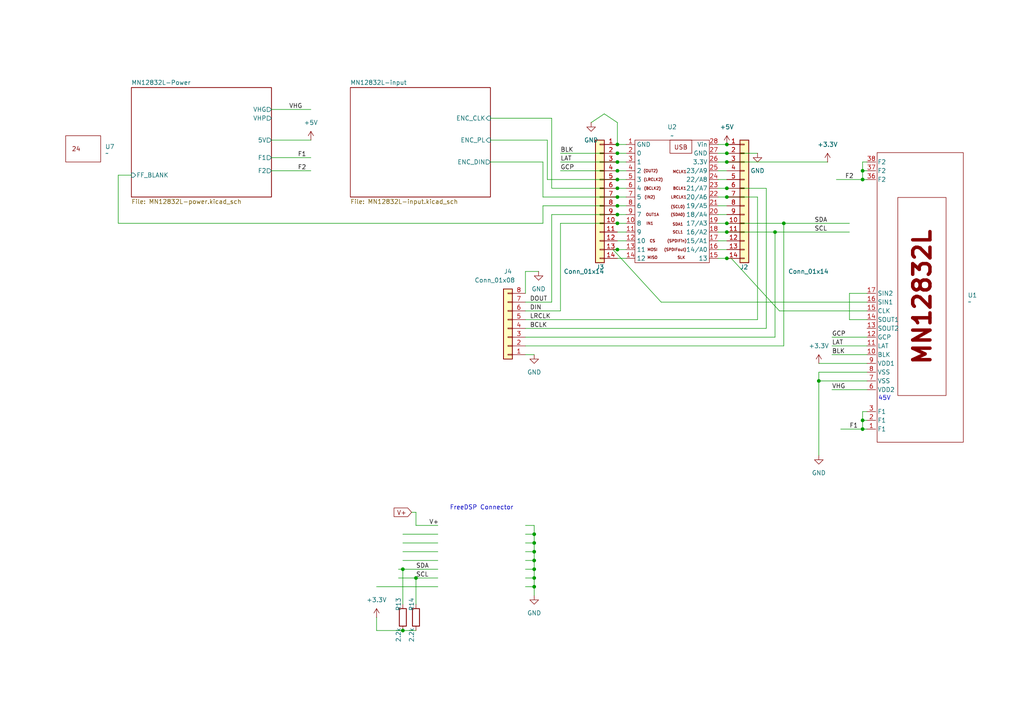
<source format=kicad_sch>
(kicad_sch (version 20231120) (generator "eeschema") (generator_version "8.0")
  (paper "A4")
  (lib_symbols
    (symbol "Connector_Generic:Conn_01x08" (pin_names (offset 1.016) hide)
      (property "Reference" "J" (at 0 10.16 0))
      (property "Value" "Conn_01x08" (at 0 -12.7 0))
      (symbol "Conn_01x08_1_1"
        (rectangle (start -1.27 -10.033) (end 0 -10.287) (stroke (width 0.1524)))
        (rectangle (start -1.27 -7.493) (end 0 -7.747) (stroke (width 0.1524)))
        (rectangle (start -1.27 -4.953) (end 0 -5.207) (stroke (width 0.1524)))
        (rectangle (start -1.27 -2.413) (end 0 -2.667) (stroke (width 0.1524)))
        (rectangle (start -1.27 0.127) (end 0 -0.127) (stroke (width 0.1524)))
        (rectangle (start -1.27 2.667) (end 0 2.413) (stroke (width 0.1524)))
        (rectangle (start -1.27 5.207) (end 0 4.953) (stroke (width 0.1524)))
        (rectangle (start -1.27 7.747) (end 0 7.493) (stroke (width 0.1524)))
        (rectangle (start -1.27 8.89) (end 1.27 -11.43) (stroke (width 0.254)) (fill (type background)))
        (pin passive line (at -5.08 7.62 0) (length 3.81) (name "Pin_1") (number "1"))
        (pin passive line (at -5.08 5.08 0) (length 3.81) (name "Pin_2") (number "2"))
        (pin passive line (at -5.08 2.54 0) (length 3.81) (name "Pin_3") (number "3"))
        (pin passive line (at -5.08 0 0) (length 3.81) (name "Pin_4") (number "4"))
        (pin passive line (at -5.08 -2.54 0) (length 3.81) (name "Pin_5") (number "5"))
        (pin passive line (at -5.08 -5.08 0) (length 3.81) (name "Pin_6") (number "6"))
        (pin passive line (at -5.08 -7.62 0) (length 3.81) (name "Pin_7") (number "7"))
        (pin passive line (at -5.08 -10.16 0) (length 3.81) (name "Pin_8") (number "8"))
      )
    )
    (symbol "Connector_Generic:Conn_01x14" (pin_names (offset 1.016) hide)
      (property "Reference" "J" (at 0 17.78 0))
      (property "Value" "Conn_01x14" (at 0 -20.32 0))
      (symbol "Conn_01x14_1_1"
        (rectangle (start -1.27 -17.653) (end 0 -17.907) (stroke (width 0.1524)))
        (rectangle (start -1.27 -15.113) (end 0 -15.367) (stroke (width 0.1524)))
        (rectangle (start -1.27 -12.573) (end 0 -12.827) (stroke (width 0.1524)))
        (rectangle (start -1.27 -10.033) (end 0 -10.287) (stroke (width 0.1524)))
        (rectangle (start -1.27 -7.493) (end 0 -7.747) (stroke (width 0.1524)))
        (rectangle (start -1.27 -4.953) (end 0 -5.207) (stroke (width 0.1524)))
        (rectangle (start -1.27 -2.413) (end 0 -2.667) (stroke (width 0.1524)))
        (rectangle (start -1.27 0.127) (end 0 -0.127) (stroke (width 0.1524)))
        (rectangle (start -1.27 2.667) (end 0 2.413) (stroke (width 0.1524)))
        (rectangle (start -1.27 5.207) (end 0 4.953) (stroke (width 0.1524)))
        (rectangle (start -1.27 7.747) (end 0 7.493) (stroke (width 0.1524)))
        (rectangle (start -1.27 10.287) (end 0 10.033) (stroke (width 0.1524)))
        (rectangle (start -1.27 12.827) (end 0 12.573) (stroke (width 0.1524)))
        (rectangle (start -1.27 15.367) (end 0 15.113) (stroke (width 0.1524)))
        (rectangle (start -1.27 16.51) (end 1.27 -19.05) (stroke (width 0.254)) (fill (type background)))
        (pin passive line (at -5.08 15.24 0) (length 3.81) (name "Pin_1") (number "1"))
        (pin passive line (at -5.08 -7.62 0) (length 3.81) (name "Pin_10") (number "10"))
        (pin passive line (at -5.08 -10.16 0) (length 3.81) (name "Pin_11") (number "11"))
        (pin passive line (at -5.08 -12.7 0) (length 3.81) (name "Pin_12") (number "12"))
        (pin passive line (at -5.08 -15.24 0) (length 3.81) (name "Pin_13") (number "13"))
        (pin passive line (at -5.08 -17.78 0) (length 3.81) (name "Pin_14") (number "14"))
        (pin passive line (at -5.08 12.7 0) (length 3.81) (name "Pin_2") (number "2"))
        (pin passive line (at -5.08 10.16 0) (length 3.81) (name "Pin_3") (number "3"))
        (pin passive line (at -5.08 7.62 0) (length 3.81) (name "Pin_4") (number "4"))
        (pin passive line (at -5.08 5.08 0) (length 3.81) (name "Pin_5") (number "5"))
        (pin passive line (at -5.08 2.54 0) (length 3.81) (name "Pin_6") (number "6"))
        (pin passive line (at -5.08 0 0) (length 3.81) (name "Pin_7") (number "7"))
        (pin passive line (at -5.08 -2.54 0) (length 3.81) (name "Pin_8") (number "8"))
        (pin passive line (at -5.08 -5.08 0) (length 3.81) (name "Pin_9") (number "9"))
      )
    )
    (symbol "Device:R" (pin_numbers hide) (pin_names (offset 0))
      (property "Reference" "R" (at 2.032 0 90))
      (property "Value" "R" (at 0 0 90))
      (symbol "R_0_1"
        (rectangle (start -1.016 -2.54) (end 1.016 2.54) (stroke (width 0.254)))
      )
      (symbol "R_1_1"
        (pin passive line (at 0 3.81 270) (length 1.27) (name "~") (number "1"))
        (pin passive line (at 0 -3.81 90) (length 1.27) (name "~") (number "2"))
      )
    )
    (symbol "VFDs-Library:MN12832L"
      (property "Reference" "U" (at 0 0 0))
      (symbol "MN12832L_0_1"
        (rectangle (start 0 25) (end 84 0))
        (rectangle (start 13.55 5) (end 71 19))
      )
      (symbol "MN12832L_1_1"
        (text "MN12832L" (at 42.164 11.938 0) (effects (font (size 5 5) (bold yes))))
        (pin input line (at 3.81 27.94 270) (length 2.54) (name "F1") (number "1"))
        (pin input line (at 25.4 27.94 270) (length 2.54) (name "BLK") (number "10"))
        (pin input line (at 27.94 27.94 270) (length 2.54) (name "LAT") (number "11"))
        (pin input line (at 30.48 27.94 270) (length 2.54) (name "GCP") (number "12"))
        (pin input line (at 33.02 27.94 270) (length 2.54) (name "SOUT2") (number "13"))
        (pin input line (at 35.56 27.94 270) (length 2.54) (name "SOUT1") (number "14"))
        (pin input line (at 38.1 27.94 270) (length 2.54) (name "CLK") (number "15"))
        (pin input line (at 40.64 27.94 270) (length 2.54) (name "SIN1") (number "16"))
        (pin input line (at 43.18 27.94 270) (length 2.54) (name "SIN2") (number "17"))
        (pin input line (at 6.35 27.94 270) (length 2.54) (name "F1") (number "2"))
        (pin input line (at 8.89 27.94 270) (length 2.54) (name "F1") (number "3"))
        (pin input line (at 76.2 27.94 270) (length 2.54) (name "F2") (number "36"))
        (pin input line (at 78.74 27.94 270) (length 2.54) (name "F2") (number "37"))
        (pin input line (at 81.28 27.94 270) (length 2.54) (name "F2") (number "38"))
        (pin input line (at 15.24 27.94 270) (length 2.54) (name "VDD2") (number "6"))
        (pin input line (at 17.78 27.94 270) (length 2.54) (name "VSS") (number "7"))
        (pin input line (at 20.32 27.94 270) (length 2.54) (name "VSS") (number "8"))
        (pin input line (at 22.86 27.94 270) (length 2.54) (name "VDD1") (number "9"))
      )
    )
    (symbol "VFDs-Library:MN12832L-front24"
      (property "Reference" "U" (at 0 0 0))
      (symbol "MN12832L-front24_0_1"
        (rectangle (start -5.08 3.81) (end 5.08 -3.81))
      )
      (symbol "MN12832L-front24_1_1"
        (text "24" (at -2.032 0 0) (effects (font (size 1.27 1.27))))
      )
    )
    (symbol "VFDs-Library:Teensy4.0"
      (property "Reference" "U" (at 7.112 2.54 0))
      (symbol "Teensy4.0_0_1"
        (rectangle (start -2.54 1.27) (end 19.05 -34.29))
        (rectangle (start 7.62 1.27) (end 13.97 -2.54))
      )
      (symbol "Teensy4.0_1_1"
        (text "(BCLK2)" (at 2.54 -12.7 0) (effects (font (size 0.8 0.8))))
        (text "(IN2)" (at 1.778 -15.24 0) (effects (font (size 0.8 0.8))))
        (text "(LRCLK2)" (at 2.794 -10.16 0) (effects (font (size 0.8 0.8))))
        (text "(OUT2)" (at 2.032 -7.62 0) (effects (font (size 0.8 0.8))))
        (text "(SCL0)" (at 9.906 -18.034 0) (effects (font (size 0.8 0.8))))
        (text "(SDA0)" (at 9.906 -20.32 0) (effects (font (size 0.8 0.8))))
        (text "(SPDIFin)" (at 9.652 -27.94 0) (effects (font (size 0.8 0.8))))
        (text "(SPDIFout)" (at 9.144 -30.48 0) (effects (font (size 0.8 0.8))))
        (text "BCLK1" (at 10.414 -12.7 0) (effects (font (size 0.8 0.8))))
        (text "CS" (at 2.54 -27.94 0) (effects (font (size 0.8 0.8))))
        (text "IN1" (at 1.778 -22.86 0) (effects (font (size 0.8 0.8))))
        (text "LRCLK1" (at 10.16 -15.24 0) (effects (font (size 0.8 0.8))))
        (text "MCLK1" (at 10.414 -7.874 0) (effects (font (size 0.8 0.8))))
        (text "MISO" (at 2.54 -32.766 0) (effects (font (size 0.8 0.8))))
        (text "MOSI" (at 2.54 -30.48 0) (effects (font (size 0.8 0.8))))
        (text "OUT1A" (at 2.54 -20.32 0) (effects (font (size 0.8 0.8))))
        (text "SCL1" (at 9.906 -25.4 0) (effects (font (size 0.8 0.8))))
        (text "SDA1" (at 9.906 -23.114 0) (effects (font (size 0.8 0.8))))
        (text "SLK" (at 10.922 -32.766 0) (effects (font (size 0.8 0.8))))
        (text "USB" (at 10.7796 -0.7813 0) (effects (font (size 1.27 1.27))))
        (pin input line (at -5.08 0 0) (length 2.54) (name "GND") (number "1"))
        (pin input line (at -5.08 -22.86 0) (length 2.54) (name "8") (number "10"))
        (pin input line (at -5.08 -25.4 0) (length 2.54) (name "9") (number "11"))
        (pin input line (at -5.08 -27.94 0) (length 2.54) (name "10") (number "12"))
        (pin input line (at -5.08 -30.48 0) (length 2.54) (name "11") (number "13"))
        (pin input line (at -5.08 -33.02 0) (length 2.54) (name "12") (number "14"))
        (pin input line (at 21.59 -33.02 180) (length 2.54) (name "13") (number "15"))
        (pin input line (at 21.59 -30.48 180) (length 2.54) (name "14/A0") (number "16"))
        (pin input line (at 21.59 -27.94 180) (length 2.54) (name "15/A1") (number "17"))
        (pin input line (at 21.59 -25.4 180) (length 2.54) (name "16/A2") (number "18"))
        (pin input line (at 21.59 -22.86 180) (length 2.54) (name "17/A3") (number "19"))
        (pin input line (at -5.08 -2.54 0) (length 2.54) (name "0") (number "2"))
        (pin input line (at 21.59 -20.32 180) (length 2.54) (name "18/A4") (number "20"))
        (pin input line (at 21.59 -17.78 180) (length 2.54) (name "19/A5") (number "21"))
        (pin input line (at 21.59 -15.24 180) (length 2.54) (name "20/A6") (number "22"))
        (pin input line (at 21.59 -12.7 180) (length 2.54) (name "21/A7") (number "23"))
        (pin input line (at 21.59 -10.16 180) (length 2.54) (name "22/A8") (number "24"))
        (pin input line (at 21.59 -7.62 180) (length 2.54) (name "23/A9") (number "25"))
        (pin power_out line (at 21.59 -5.08 180) (length 2.54) (name "3.3V") (number "26"))
        (pin input line (at 21.59 -2.54 180) (length 2.54) (name "GND") (number "27"))
        (pin power_in line (at 21.59 0 180) (length 2.54) (name "Vin") (number "28"))
        (pin input line (at -5.08 -5.08 0) (length 2.54) (name "1") (number "3"))
        (pin input line (at -5.08 -7.62 0) (length 2.54) (name "2") (number "4"))
        (pin input line (at -5.08 -10.16 0) (length 2.54) (name "3") (number "5"))
        (pin input line (at -5.08 -12.7 0) (length 2.54) (name "4") (number "6"))
        (pin input line (at -5.08 -15.24 0) (length 2.54) (name "5") (number "7"))
        (pin input line (at -5.08 -17.78 0) (length 2.54) (name "6") (number "8"))
        (pin input line (at -5.08 -20.32 0) (length 2.54) (name "7") (number "9"))
      )
    )
    (symbol "power:+3.3V" (power) (pin_numbers hide) (pin_names (offset 0) hide)
      (property "Value" "+3.3V" (at 0 3.556 0))
      (symbol "+3.3V_0_1"
        (polyline (pts (xy -0.762 1.27) (xy 0 2.54)))
        (polyline (pts (xy 0 0) (xy 0 2.54)))
        (polyline (pts (xy 0 2.54) (xy 0.762 1.27)))
      )
      (symbol "+3.3V_1_1"
        (pin power_in line (at 0 0 90) (length 0) (name "~") (number "1"))
      )
    )
    (symbol "power:+5V" (power) (pin_numbers hide) (pin_names (offset 0) hide)
      (property "Value" "+5V" (at 0 3.556 0))
      (symbol "+5V_0_1"
        (polyline (pts (xy -0.762 1.27) (xy 0 2.54)))
        (polyline (pts (xy 0 0) (xy 0 2.54)))
        (polyline (pts (xy 0 2.54) (xy 0.762 1.27)))
      )
      (symbol "+5V_1_1"
        (pin power_in line (at 0 0 90) (length 0) (name "~") (number "1"))
      )
    )
    (symbol "power:GND" (power) (pin_numbers hide) (pin_names (offset 0) hide)
      (property "Value" "GND" (at 0 -3.81 0))
      (symbol "GND_0_1"
        (polyline (pts (xy 0 0) (xy 0 -1.27) (xy 1.27 -1.27) (xy 0 -2.54) (xy -1.27 -1.27) (xy 0 -1.27)))
      )
      (symbol "GND_1_1"
        (pin power_in line (at 0 0 270) (length 0) (name "~") (number "1"))
      )
    )
  )
  (junction (at 179.07 54.61))
  (junction (at 154.94 167.64))
  (junction (at 237.49 110.49))
  (junction (at 250.19 124.46))
  (junction (at 210.82 54.61))
  (junction (at 210.82 57.15))
  (junction (at 179.07 72.39))
  (junction (at 179.07 46.99))
  (junction (at 210.82 64.77))
  (junction (at 154.94 154.94))
  (junction (at 154.94 170.18))
  (junction (at 224.79 67.31))
  (junction (at 154.94 160.02))
  (junction (at 116.84 165.1))
  (junction (at 179.07 57.15))
  (junction (at 154.94 165.1))
  (junction (at 210.82 46.99))
  (junction (at 116.84 182.88))
  (junction (at 250.19 49.53))
  (junction (at 179.07 62.23))
  (junction (at 179.07 59.69))
  (junction (at 179.07 52.07))
  (junction (at 154.94 162.56))
  (junction (at 250.19 52.07))
  (junction (at 227.33 64.77))
  (junction (at 179.07 44.45))
  (junction (at 210.82 74.93))
  (junction (at 210.82 44.45))
  (junction (at 210.82 67.31))
  (junction (at 120.65 167.64))
  (junction (at 179.07 64.77))
  (junction (at 210.82 41.91))
  (junction (at 250.19 121.92))
  (junction (at 179.07 49.53))
  (junction (at 179.07 41.91))
  (junction (at 154.94 157.48))
  (wire (pts (xy 157.48 64.77) (xy 157.48 59.69)))
  (wire (pts (xy 246.38 92.71) (xy 246.38 85.09)))
  (wire (pts (xy 109.22 182.88) (xy 109.22 179.07)))
  (wire (pts (xy 162.56 64.77) (xy 162.56 90.17)))
  (wire (pts (xy 251.46 46.99) (xy 250.19 46.99)))
  (wire (pts (xy 157.48 59.69) (xy 179.07 59.69)))
  (wire (pts (xy 250.19 49.53) (xy 250.19 52.07)))
  (wire (pts (xy 38.1 50.8) (xy 34.29 50.8)))
  (wire (pts (xy 210.82 57.15) (xy 219.71 57.15)))
  (wire (pts (xy 154.94 167.64) (xy 154.94 170.18)))
  (wire (pts (xy 224.79 67.31) (xy 246.38 67.31)))
  (wire (pts (xy 210.82 54.61) (xy 222.25 54.61)))
  (wire (pts (xy 152.4 78.74) (xy 152.4 85.09)))
  (wire (pts (xy 241.3 100.33) (xy 251.46 100.33)))
  (wire (pts (xy 119.38 148.59) (xy 120.65 148.59)))
  (wire (pts (xy 208.28 49.53) (xy 210.82 49.53)))
  (wire (pts (xy 116.84 160.02) (xy 127 160.02)))
  (wire (pts (xy 242.57 52.07) (xy 250.19 52.07)))
  (wire (pts (xy 208.28 46.99) (xy 210.82 46.99)))
  (wire (pts (xy 210.82 64.77) (xy 227.33 64.77)))
  (wire (pts (xy 157.48 46.99) (xy 157.48 57.15)))
  (wire (pts (xy 208.28 67.31) (xy 210.82 67.31)))
  (wire (pts (xy 116.84 157.48) (xy 127 157.48)))
  (wire (pts (xy 208.28 41.91) (xy 210.82 41.91)))
  (wire (pts (xy 120.65 167.64) (xy 127 167.64)))
  (wire (pts (xy 243.84 124.46) (xy 250.19 124.46)))
  (wire (pts (xy 250.19 46.99) (xy 250.19 49.53)))
  (wire (pts (xy 142.24 46.99) (xy 157.48 46.99)))
  (wire (pts (xy 115.57 167.64) (xy 120.65 167.64)))
  (wire (pts (xy 156.21 78.74) (xy 152.4 78.74)))
  (wire (pts (xy 142.24 40.64) (xy 158.75 40.64)))
  (wire (pts (xy 152.4 160.02) (xy 154.94 160.02)))
  (wire (pts (xy 210.82 67.31) (xy 224.79 67.31)))
  (wire (pts (xy 237.49 110.49) (xy 237.49 132.08)))
  (wire (pts (xy 179.07 35.56) (xy 179.07 41.91)))
  (wire (pts (xy 251.46 92.71) (xy 246.38 92.71)))
  (wire (pts (xy 208.28 64.77) (xy 210.82 64.77)))
  (wire (pts (xy 237.49 105.41) (xy 251.46 105.41)))
  (wire (pts (xy 160.02 62.23) (xy 160.02 87.63)))
  (wire (pts (xy 179.07 59.69) (xy 181.61 59.69)))
  (wire (pts (xy 179.07 46.99) (xy 181.61 46.99)))
  (wire (pts (xy 179.07 64.77) (xy 162.56 64.77)))
  (wire (pts (xy 224.79 67.31) (xy 224.79 97.79)))
  (wire (pts (xy 250.19 52.07) (xy 251.46 52.07)))
  (wire (pts (xy 152.4 165.1) (xy 154.94 165.1)))
  (wire (pts (xy 251.46 107.95) (xy 237.49 107.95)))
  (wire (pts (xy 179.07 57.15) (xy 181.61 57.15)))
  (wire (pts (xy 152.4 154.94) (xy 154.94 154.94)))
  (wire (pts (xy 116.84 165.1) (xy 116.84 175.26)))
  (wire (pts (xy 208.28 62.23) (xy 210.82 62.23)))
  (wire (pts (xy 175.26 33.02) (xy 179.07 35.56)))
  (wire (pts (xy 179.07 52.07) (xy 181.61 52.07)))
  (wire (pts (xy 237.49 107.95) (xy 237.49 110.49)))
  (wire (pts (xy 34.29 64.77) (xy 157.48 64.77)))
  (wire (pts (xy 179.07 67.31) (xy 181.61 67.31)))
  (wire (pts (xy 179.07 62.23) (xy 181.61 62.23)))
  (wire (pts (xy 227.33 64.77) (xy 246.38 64.77)))
  (wire (pts (xy 160.02 87.63) (xy 152.4 87.63)))
  (wire (pts (xy 179.07 64.77) (xy 181.61 64.77)))
  (wire (pts (xy 226.06 90.17) (xy 251.46 90.17)))
  (wire (pts (xy 179.07 41.91) (xy 181.61 41.91)))
  (wire (pts (xy 162.56 44.45) (xy 179.07 44.45)))
  (wire (pts (xy 250.19 49.53) (xy 251.46 49.53)))
  (wire (pts (xy 208.28 59.69) (xy 210.82 59.69)))
  (wire (pts (xy 162.56 49.53) (xy 179.07 49.53)))
  (wire (pts (xy 162.56 46.99) (xy 179.07 46.99)))
  (wire (pts (xy 152.4 162.56) (xy 154.94 162.56)))
  (wire (pts (xy 157.48 57.15) (xy 179.07 57.15)))
  (wire (pts (xy 251.46 119.38) (xy 250.19 119.38)))
  (wire (pts (xy 162.56 90.17) (xy 152.4 90.17)))
  (wire (pts (xy 116.84 165.1) (xy 127 165.1)))
  (wire (pts (xy 152.4 167.64) (xy 154.94 167.64)))
  (wire (pts (xy 127 154.94) (xy 116.84 154.94)))
  (wire (pts (xy 179.07 49.53) (xy 181.61 49.53)))
  (wire (pts (xy 212.09 74.93) (xy 226.06 90.17)))
  (wire (pts (xy 208.28 74.93) (xy 210.82 74.93)))
  (wire (pts (xy 179.07 62.23) (xy 160.02 62.23)))
  (wire (pts (xy 115.57 165.1) (xy 116.84 165.1)))
  (wire (pts (xy 210.82 46.99) (xy 240.03 46.99)))
  (wire (pts (xy 181.61 72.39) (xy 179.07 72.39)))
  (wire (pts (xy 154.94 152.4) (xy 154.94 154.94)))
  (wire (pts (xy 158.75 40.64) (xy 158.75 52.07)))
  (wire (pts (xy 250.19 124.46) (xy 251.46 124.46)))
  (wire (pts (xy 210.82 74.93) (xy 212.09 74.93)))
  (wire (pts (xy 109.22 170.18) (xy 127 170.18)))
  (wire (pts (xy 154.94 102.87) (xy 152.4 102.87)))
  (wire (pts (xy 158.75 52.07) (xy 179.07 52.07)))
  (wire (pts (xy 208.28 52.07) (xy 210.82 52.07)))
  (wire (pts (xy 208.28 72.39) (xy 210.82 72.39)))
  (wire (pts (xy 116.84 182.88) (xy 109.22 182.88)))
  (wire (pts (xy 227.33 100.33) (xy 152.4 100.33)))
  (wire (pts (xy 152.4 95.25) (xy 222.25 95.25)))
  (wire (pts (xy 154.94 160.02) (xy 154.94 162.56)))
  (wire (pts (xy 241.3 113.03) (xy 251.46 113.03)))
  (wire (pts (xy 179.07 69.85) (xy 181.61 69.85)))
  (wire (pts (xy 208.28 57.15) (xy 210.82 57.15)))
  (wire (pts (xy 219.71 57.15) (xy 219.71 92.71)))
  (wire (pts (xy 179.07 54.61) (xy 181.61 54.61)))
  (wire (pts (xy 241.3 97.79) (xy 251.46 97.79)))
  (wire (pts (xy 250.19 121.92) (xy 251.46 121.92)))
  (wire (pts (xy 227.33 64.77) (xy 227.33 100.33)))
  (wire (pts (xy 251.46 110.49) (xy 237.49 110.49)))
  (wire (pts (xy 246.38 85.09) (xy 251.46 85.09)))
  (wire (pts (xy 160.02 34.29) (xy 160.02 54.61)))
  (wire (pts (xy 208.28 54.61) (xy 210.82 54.61)))
  (wire (pts (xy 210.82 44.45) (xy 219.71 44.45)))
  (wire (pts (xy 152.4 170.18) (xy 154.94 170.18)))
  (wire (pts (xy 120.65 167.64) (xy 120.65 175.26)))
  (wire (pts (xy 142.24 34.29) (xy 160.02 34.29)))
  (wire (pts (xy 179.07 44.45) (xy 181.61 44.45)))
  (wire (pts (xy 34.29 50.8) (xy 34.29 64.77)))
  (wire (pts (xy 179.07 72.39) (xy 177.8 72.39)))
  (wire (pts (xy 78.74 31.75) (xy 90.17 31.75)))
  (wire (pts (xy 152.4 157.48) (xy 154.94 157.48)))
  (wire (pts (xy 177.8 72.39) (xy 191.77 87.63)))
  (wire (pts (xy 191.77 87.63) (xy 251.46 87.63)))
  (wire (pts (xy 120.65 148.59) (xy 120.65 152.4)))
  (wire (pts (xy 241.3 102.87) (xy 251.46 102.87)))
  (wire (pts (xy 224.79 97.79) (xy 152.4 97.79)))
  (wire (pts (xy 154.94 162.56) (xy 154.94 165.1)))
  (wire (pts (xy 208.28 69.85) (xy 210.82 69.85)))
  (wire (pts (xy 154.94 172.72) (xy 154.94 170.18)))
  (wire (pts (xy 154.94 154.94) (xy 154.94 157.48)))
  (wire (pts (xy 152.4 92.71) (xy 219.71 92.71)))
  (wire (pts (xy 179.07 74.93) (xy 181.61 74.93)))
  (wire (pts (xy 154.94 165.1) (xy 154.94 167.64)))
  (wire (pts (xy 78.74 40.64) (xy 90.17 40.64)))
  (wire (pts (xy 250.19 121.92) (xy 250.19 124.46)))
  (wire (pts (xy 78.74 49.53) (xy 90.17 49.53)))
  (wire (pts (xy 152.4 152.4) (xy 154.94 152.4)))
  (wire (pts (xy 78.74 45.72) (xy 90.17 45.72)))
  (wire (pts (xy 120.65 152.4) (xy 127 152.4)))
  (wire (pts (xy 222.25 54.61) (xy 222.25 95.25)))
  (wire (pts (xy 175.26 33.02) (xy 171.45 35.56)))
  (wire (pts (xy 160.02 54.61) (xy 179.07 54.61)))
  (wire (pts (xy 250.19 119.38) (xy 250.19 121.92)))
  (wire (pts (xy 116.84 162.56) (xy 127 162.56)))
  (wire (pts (xy 116.84 182.88) (xy 120.65 182.88)))
  (wire (pts (xy 208.28 44.45) (xy 210.82 44.45)))
  (wire (pts (xy 154.94 157.48) (xy 154.94 160.02)))
  (text "FreeDSP Connector" (at 139.7 147.32 0) (effects (font (size 1.27 1.27))))
  (text "45V" (at 256.54 115.57 0) (effects (font (size 1.27 1.27))))
  (label "F1" (at 86.36 45.72 0))
  (label "GCP" (at 241.3 97.79 0))
  (label "DIN" (at 153.67 90.17 0))
  (label "BCLK" (at 153.67 95.25 0))
  (label "DOUT" (at 153.67 87.63 0))
  (label "VHG" (at 83.82 31.75 0))
  (label "SCL" (at 120.65 167.64 0))
  (label "GCP" (at 162.56 49.53 0))
  (label "VHG" (at 241.3 113.03 0))
  (label "LAT" (at 162.56 46.99 0))
  (label "LRCLK" (at 153.67 92.71 0))
  (label "F2" (at 245.11 52.07 0))
  (label "SDA" (at 236.22 64.77 0))
  (label "V+" (at 124.46 152.4 0))
  (label "BLK" (at 241.3 102.87 0))
  (label "SCL" (at 236.22 67.31 0))
  (label "SDA" (at 120.65 165.1 0))
  (label "BLK" (at 162.56 44.45 0))
  (label "F2" (at 86.36 49.53 0))
  (label "F1" (at 246.38 124.46 0))
  (label "LAT" (at 241.3 100.33 0))
  (global_label "V+" (shape input) (at 119.38 148.59 180) (property "Intersheetrefs" "${INTERSHEET_REFS}" (effects (hide yes))))
  (symbol (lib_id "power:GND") (at 237.49 132.08 0) (unit 1)
    (property "Reference" "#PWR016" (effects (hide yes)))
    (property "Value" "GND" (at 237.49 137.16 0))
    (property "Description" "Power symbol creates a global label with name \"GND\" , ground" (effects (hide yes)))
  )
  (symbol (lib_id "Connector_Generic:Conn_01x14") (at 215.9 57.15 0) (unit 1)
    (property "Reference" "J2" (at 214.63 77.47 0) (effects (justify left)))
    (property "Value" "Conn_01x14" (at 228.6 78.74 0) (effects (justify left)))
    (property "Footprint" "Connector_PinSocket_2.54mm:PinSocket_1x14_P2.54mm_Vertical" (effects (hide yes)))
    (property "Description" "Generic connector, single row, 01x14, script generated (kicad-library-utils/schlib/autogen/connector/)" (effects (hide yes)))
  )
  (symbol (lib_id "VFDs-Library:Teensy4.0") (at 186.69 41.91 0) (unit 1)
    (property "Reference" "U2" (at 194.945 36.83 0))
    (property "Value" "~" (at 194.945 39.37 0))
    (property "Footprint" "Teensy4.0" (effects (hide yes)))
  )
  (symbol (lib_id "VFDs-Library:MN12832L") (at 279.4 128.27 90) (unit 1)
    (property "Reference" "U1" (at 280.67 85.6349 90) (effects (justify right)))
    (property "Value" "~" (at 280.67 87.54 90) (effects (justify right)))
    (property "Footprint" "MN12832L" (effects (hide yes)))
  )
  (symbol (lib_id "Connector_Generic:Conn_01x14") (at 173.99 57.15 0) (mirror y) (unit 1)
    (property "Reference" "J3" (at 175.26 77.47 0) (effects (justify left)))
    (property "Value" "Conn_01x14" (at 175.26 78.74 0) (effects (justify left)))
    (property "Footprint" "Connector_PinSocket_2.54mm:PinSocket_1x14_P2.54mm_Vertical" (effects (hide yes)))
    (property "Description" "Generic connector, single row, 01x14, script generated (kicad-library-utils/schlib/autogen/connector/)" (effects (hide yes)))
  )
  (symbol (lib_id "power:GND") (at 154.94 102.87 0) (unit 1)
    (property "Reference" "#PWR026" (effects (hide yes)))
    (property "Value" "GND" (at 154.94 107.95 0))
    (property "Description" "Power symbol creates a global label with name \"GND\" , ground" (effects (hide yes)))
  )
  (symbol (lib_id "power:+3.3V") (at 240.03 46.99 0) (unit 1)
    (property "Reference" "#PWR013" (effects (hide yes)))
    (property "Value" "+3.3V" (at 240.03 41.91 0))
    (property "Description" "Power symbol creates a global label with name \"+3.3V\"" (effects (hide yes)))
  )
  (symbol (lib_id "VFDs-Library:MN12832L-front24") (at 24.13 43.18 0) (unit 1)
    (property "Reference" "U7" (at 30.48 42.5449 0) (effects (justify left)))
    (property "Value" "~" (at 30.48 44.45 0) (effects (justify left)))
    (property "Footprint" "VFDs-Library:MN12832L-Front24" (effects (hide yes)))
  )
  (symbol (lib_id "Device:R") (at 120.65 179.07 180) (unit 1)
    (property "Reference" "R14" (at 119.38 175.26 90))
    (property "Value" "2.2k" (at 119.38 184.15 90))
    (property "Footprint" "Resistor_SMD:R_0603_1608Metric" (effects (hide yes)))
  )
  (symbol (lib_id "power:+5V") (at 90.17 40.64 0) (unit 1)
    (property "Reference" "#PWR020" (effects (hide yes)))
    (property "Value" "+5V" (at 90.17 35.56 0))
    (property "Description" "Power symbol creates a global label with name \"+5V\"" (effects (hide yes)))
  )
  (symbol (lib_id "Connector_Generic:Conn_01x08") (at 147.32 95.25 180) (unit 1)
    (property "Reference" "J4" (at 147.32 78.74 0))
    (property "Value" "Conn_01x08" (at 143.51 81.28 0))
    (property "Footprint" "Connector_PinSocket_2.54mm:PinSocket_1x08_P2.54mm_Vertical" (effects (hide yes)))
    (property "Description" "Generic connector, single row, 01x08, script generated (kicad-library-utils/schlib/autogen/connector/)" (effects (hide yes)))
  )
  (symbol (lib_id "power:+3.3V") (at 109.22 179.07 0) (unit 1)
    (property "Reference" "#PWR018" (effects (hide yes)))
    (property "Value" "+3.3V" (at 109.22 173.99 0))
  )
  (symbol (lib_id "power:GND") (at 219.71 44.45 0) (unit 1)
    (property "Reference" "#PWR03" (effects (hide yes)))
    (property "Value" "GND" (at 219.71 49.53 0))
    (property "Description" "Power symbol creates a global label with name \"GND\" , ground" (effects (hide yes)))
  )
  (symbol (lib_id "power:GND") (at 171.45 35.56 0) (unit 1)
    (property "Reference" "#PWR04" (effects (hide yes)))
    (property "Value" "GND" (at 171.45 40.64 0))
    (property "Description" "Power symbol creates a global label with name \"GND\" , ground" (effects (hide yes)))
  )
  (symbol (lib_id "power:+3.3V") (at 237.49 105.41 0) (unit 1)
    (property "Reference" "#PWR017" (effects (hide yes)))
    (property "Value" "+3.3V" (at 237.49 100.33 0))
    (property "Description" "Power symbol creates a global label with name \"+3.3V\"" (effects (hide yes)))
  )
  (symbol (lib_id "Device:R") (at 116.84 179.07 180) (unit 1)
    (property "Reference" "R13" (at 115.57 175.26 90))
    (property "Value" "2.2k" (at 115.57 184.15 90))
    (property "Footprint" "Resistor_SMD:R_0603_1608Metric" (effects (hide yes)))
  )
  (symbol (lib_id "power:GND") (at 154.94 172.72 0) (unit 1)
    (property "Reference" "#PWR019" (effects (hide yes)))
    (property "Value" "GND" (at 154.94 177.8 0))
  )
  (symbol (lib_id "power:+5V") (at 210.82 41.91 0) (unit 1)
    (property "Reference" "#PWR021" (effects (hide yes)))
    (property "Value" "+5V" (at 210.82 36.83 0))
    (property "Description" "Power symbol creates a global label with name \"+5V\"" (effects (hide yes)))
  )
  (symbol (lib_id "power:GND") (at 156.21 78.74 0) (unit 1)
    (property "Reference" "#PWR025" (effects (hide yes)))
    (property "Value" "GND" (at 156.21 83.82 0))
    (property "Description" "Power symbol creates a global label with name \"GND\" , ground" (effects (hide yes)))
  )
  (sheet (at 101.6 25.4) (size 40.64 31.75) (stroke (width 0.1524))
    (property "Sheetname" "MN12832L-input" (at 101.6 24.6884 0) (effects (justify left bottom)))
    (property "Sheetfile" "MN12832L-input.kicad_sch" (at 101.6 57.7346 0) (effects (justify left top)))
    (pin "ENC_CLK" input (at 142.24 34.29 0))
    (pin "ENC_PL" input (at 142.24 40.64 0))
    (pin "ENC_DIN" output (at 142.24 46.99 0))
  )
  (sheet (at 38.1 25.4) (size 40.64 31.75) (stroke (width 0.1524))
    (property "Sheetname" "MN12832L-Power" (at 38.1 24.6884 0) (effects (justify left bottom)))
    (property "Sheetfile" "MN12832L-power.kicad_sch" (at 38.1 57.7346 0) (effects (justify left top)))
    (pin "5V" output (at 78.74 40.64 0))
    (pin "F2" output (at 78.74 49.53 0))
    (pin "F1" output (at 78.74 45.72 0))
    (pin "VHP" output (at 78.74 34.29 0))
    (pin "VHG" output (at 78.74 31.75 0))
    (pin "FF_BLANK" input (at 38.1 50.8 180))
  )
)
</source>
